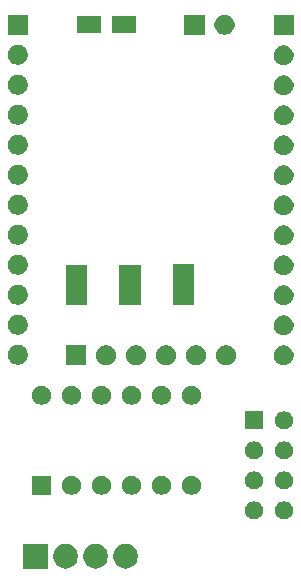
<source format=gbr>
G04 #@! TF.GenerationSoftware,KiCad,Pcbnew,(5.1.5)-3*
G04 #@! TF.CreationDate,2020-06-15T12:52:53-05:00*
G04 #@! TF.ProjectId,LightDriverShieldVer1,4c696768-7444-4726-9976-657253686965,rev?*
G04 #@! TF.SameCoordinates,Original*
G04 #@! TF.FileFunction,Soldermask,Bot*
G04 #@! TF.FilePolarity,Negative*
%FSLAX46Y46*%
G04 Gerber Fmt 4.6, Leading zero omitted, Abs format (unit mm)*
G04 Created by KiCad (PCBNEW (5.1.5)-3) date 2020-06-15 12:52:53*
%MOMM*%
%LPD*%
G04 APERTURE LIST*
%ADD10C,0.100000*%
G04 APERTURE END LIST*
D10*
G36*
X104168687Y-135955027D02*
G01*
X104346274Y-135990350D01*
X104537362Y-136069502D01*
X104709336Y-136184411D01*
X104855589Y-136330664D01*
X104970498Y-136502638D01*
X105049650Y-136693726D01*
X105090000Y-136896584D01*
X105090000Y-137103416D01*
X105049650Y-137306274D01*
X104970498Y-137497362D01*
X104855589Y-137669336D01*
X104709336Y-137815589D01*
X104537362Y-137930498D01*
X104346274Y-138009650D01*
X104168687Y-138044973D01*
X104143417Y-138050000D01*
X103936583Y-138050000D01*
X103911313Y-138044973D01*
X103733726Y-138009650D01*
X103542638Y-137930498D01*
X103370664Y-137815589D01*
X103224411Y-137669336D01*
X103109502Y-137497362D01*
X103030350Y-137306274D01*
X102990000Y-137103416D01*
X102990000Y-136896584D01*
X103030350Y-136693726D01*
X103109502Y-136502638D01*
X103224411Y-136330664D01*
X103370664Y-136184411D01*
X103542638Y-136069502D01*
X103733726Y-135990350D01*
X103911313Y-135955027D01*
X103936583Y-135950000D01*
X104143417Y-135950000D01*
X104168687Y-135955027D01*
G37*
G36*
X102550000Y-138050000D02*
G01*
X100450000Y-138050000D01*
X100450000Y-135950000D01*
X102550000Y-135950000D01*
X102550000Y-138050000D01*
G37*
G36*
X109248687Y-135955027D02*
G01*
X109426274Y-135990350D01*
X109617362Y-136069502D01*
X109789336Y-136184411D01*
X109935589Y-136330664D01*
X110050498Y-136502638D01*
X110129650Y-136693726D01*
X110170000Y-136896584D01*
X110170000Y-137103416D01*
X110129650Y-137306274D01*
X110050498Y-137497362D01*
X109935589Y-137669336D01*
X109789336Y-137815589D01*
X109617362Y-137930498D01*
X109426274Y-138009650D01*
X109248687Y-138044973D01*
X109223417Y-138050000D01*
X109016583Y-138050000D01*
X108991313Y-138044973D01*
X108813726Y-138009650D01*
X108622638Y-137930498D01*
X108450664Y-137815589D01*
X108304411Y-137669336D01*
X108189502Y-137497362D01*
X108110350Y-137306274D01*
X108070000Y-137103416D01*
X108070000Y-136896584D01*
X108110350Y-136693726D01*
X108189502Y-136502638D01*
X108304411Y-136330664D01*
X108450664Y-136184411D01*
X108622638Y-136069502D01*
X108813726Y-135990350D01*
X108991313Y-135955027D01*
X109016583Y-135950000D01*
X109223417Y-135950000D01*
X109248687Y-135955027D01*
G37*
G36*
X106708687Y-135955027D02*
G01*
X106886274Y-135990350D01*
X107077362Y-136069502D01*
X107249336Y-136184411D01*
X107395589Y-136330664D01*
X107510498Y-136502638D01*
X107589650Y-136693726D01*
X107630000Y-136896584D01*
X107630000Y-137103416D01*
X107589650Y-137306274D01*
X107510498Y-137497362D01*
X107395589Y-137669336D01*
X107249336Y-137815589D01*
X107077362Y-137930498D01*
X106886274Y-138009650D01*
X106708687Y-138044973D01*
X106683417Y-138050000D01*
X106476583Y-138050000D01*
X106451313Y-138044973D01*
X106273726Y-138009650D01*
X106082638Y-137930498D01*
X105910664Y-137815589D01*
X105764411Y-137669336D01*
X105649502Y-137497362D01*
X105570350Y-137306274D01*
X105530000Y-137103416D01*
X105530000Y-136896584D01*
X105570350Y-136693726D01*
X105649502Y-136502638D01*
X105764411Y-136330664D01*
X105910664Y-136184411D01*
X106082638Y-136069502D01*
X106273726Y-135990350D01*
X106451313Y-135955027D01*
X106476583Y-135950000D01*
X106683417Y-135950000D01*
X106708687Y-135955027D01*
G37*
G36*
X122713195Y-132377522D02*
G01*
X122762267Y-132387283D01*
X122900942Y-132444724D01*
X123025747Y-132528116D01*
X123131884Y-132634253D01*
X123215276Y-132759058D01*
X123272717Y-132897733D01*
X123302000Y-133044950D01*
X123302000Y-133195050D01*
X123272717Y-133342267D01*
X123215276Y-133480942D01*
X123131884Y-133605747D01*
X123025747Y-133711884D01*
X122900942Y-133795276D01*
X122762267Y-133852717D01*
X122713195Y-133862478D01*
X122615052Y-133882000D01*
X122464948Y-133882000D01*
X122366805Y-133862478D01*
X122317733Y-133852717D01*
X122179058Y-133795276D01*
X122054253Y-133711884D01*
X121948116Y-133605747D01*
X121864724Y-133480942D01*
X121807283Y-133342267D01*
X121778000Y-133195050D01*
X121778000Y-133044950D01*
X121807283Y-132897733D01*
X121864724Y-132759058D01*
X121948116Y-132634253D01*
X122054253Y-132528116D01*
X122179058Y-132444724D01*
X122317733Y-132387283D01*
X122366805Y-132377522D01*
X122464948Y-132358000D01*
X122615052Y-132358000D01*
X122713195Y-132377522D01*
G37*
G36*
X120173195Y-132377522D02*
G01*
X120222267Y-132387283D01*
X120360942Y-132444724D01*
X120485747Y-132528116D01*
X120591884Y-132634253D01*
X120675276Y-132759058D01*
X120732717Y-132897733D01*
X120762000Y-133044950D01*
X120762000Y-133195050D01*
X120732717Y-133342267D01*
X120675276Y-133480942D01*
X120591884Y-133605747D01*
X120485747Y-133711884D01*
X120360942Y-133795276D01*
X120222267Y-133852717D01*
X120173195Y-133862478D01*
X120075052Y-133882000D01*
X119924948Y-133882000D01*
X119826805Y-133862478D01*
X119777733Y-133852717D01*
X119639058Y-133795276D01*
X119514253Y-133711884D01*
X119408116Y-133605747D01*
X119324724Y-133480942D01*
X119267283Y-133342267D01*
X119238000Y-133195050D01*
X119238000Y-133044950D01*
X119267283Y-132897733D01*
X119324724Y-132759058D01*
X119408116Y-132634253D01*
X119514253Y-132528116D01*
X119639058Y-132444724D01*
X119777733Y-132387283D01*
X119826805Y-132377522D01*
X119924948Y-132358000D01*
X120075052Y-132358000D01*
X120173195Y-132377522D01*
G37*
G36*
X102800000Y-131800000D02*
G01*
X101200000Y-131800000D01*
X101200000Y-130200000D01*
X102800000Y-130200000D01*
X102800000Y-131800000D01*
G37*
G36*
X112393351Y-130230743D02*
G01*
X112538941Y-130291048D01*
X112669970Y-130378599D01*
X112781401Y-130490030D01*
X112868952Y-130621059D01*
X112929257Y-130766649D01*
X112960000Y-130921206D01*
X112960000Y-131078794D01*
X112929257Y-131233351D01*
X112868952Y-131378941D01*
X112781401Y-131509970D01*
X112669970Y-131621401D01*
X112538941Y-131708952D01*
X112393351Y-131769257D01*
X112238794Y-131800000D01*
X112081206Y-131800000D01*
X111926649Y-131769257D01*
X111781059Y-131708952D01*
X111650030Y-131621401D01*
X111538599Y-131509970D01*
X111451048Y-131378941D01*
X111390743Y-131233351D01*
X111360000Y-131078794D01*
X111360000Y-130921206D01*
X111390743Y-130766649D01*
X111451048Y-130621059D01*
X111538599Y-130490030D01*
X111650030Y-130378599D01*
X111781059Y-130291048D01*
X111926649Y-130230743D01*
X112081206Y-130200000D01*
X112238794Y-130200000D01*
X112393351Y-130230743D01*
G37*
G36*
X109853351Y-130230743D02*
G01*
X109998941Y-130291048D01*
X110129970Y-130378599D01*
X110241401Y-130490030D01*
X110328952Y-130621059D01*
X110389257Y-130766649D01*
X110420000Y-130921206D01*
X110420000Y-131078794D01*
X110389257Y-131233351D01*
X110328952Y-131378941D01*
X110241401Y-131509970D01*
X110129970Y-131621401D01*
X109998941Y-131708952D01*
X109853351Y-131769257D01*
X109698794Y-131800000D01*
X109541206Y-131800000D01*
X109386649Y-131769257D01*
X109241059Y-131708952D01*
X109110030Y-131621401D01*
X108998599Y-131509970D01*
X108911048Y-131378941D01*
X108850743Y-131233351D01*
X108820000Y-131078794D01*
X108820000Y-130921206D01*
X108850743Y-130766649D01*
X108911048Y-130621059D01*
X108998599Y-130490030D01*
X109110030Y-130378599D01*
X109241059Y-130291048D01*
X109386649Y-130230743D01*
X109541206Y-130200000D01*
X109698794Y-130200000D01*
X109853351Y-130230743D01*
G37*
G36*
X107313351Y-130230743D02*
G01*
X107458941Y-130291048D01*
X107589970Y-130378599D01*
X107701401Y-130490030D01*
X107788952Y-130621059D01*
X107849257Y-130766649D01*
X107880000Y-130921206D01*
X107880000Y-131078794D01*
X107849257Y-131233351D01*
X107788952Y-131378941D01*
X107701401Y-131509970D01*
X107589970Y-131621401D01*
X107458941Y-131708952D01*
X107313351Y-131769257D01*
X107158794Y-131800000D01*
X107001206Y-131800000D01*
X106846649Y-131769257D01*
X106701059Y-131708952D01*
X106570030Y-131621401D01*
X106458599Y-131509970D01*
X106371048Y-131378941D01*
X106310743Y-131233351D01*
X106280000Y-131078794D01*
X106280000Y-130921206D01*
X106310743Y-130766649D01*
X106371048Y-130621059D01*
X106458599Y-130490030D01*
X106570030Y-130378599D01*
X106701059Y-130291048D01*
X106846649Y-130230743D01*
X107001206Y-130200000D01*
X107158794Y-130200000D01*
X107313351Y-130230743D01*
G37*
G36*
X114933351Y-130230743D02*
G01*
X115078941Y-130291048D01*
X115209970Y-130378599D01*
X115321401Y-130490030D01*
X115408952Y-130621059D01*
X115469257Y-130766649D01*
X115500000Y-130921206D01*
X115500000Y-131078794D01*
X115469257Y-131233351D01*
X115408952Y-131378941D01*
X115321401Y-131509970D01*
X115209970Y-131621401D01*
X115078941Y-131708952D01*
X114933351Y-131769257D01*
X114778794Y-131800000D01*
X114621206Y-131800000D01*
X114466649Y-131769257D01*
X114321059Y-131708952D01*
X114190030Y-131621401D01*
X114078599Y-131509970D01*
X113991048Y-131378941D01*
X113930743Y-131233351D01*
X113900000Y-131078794D01*
X113900000Y-130921206D01*
X113930743Y-130766649D01*
X113991048Y-130621059D01*
X114078599Y-130490030D01*
X114190030Y-130378599D01*
X114321059Y-130291048D01*
X114466649Y-130230743D01*
X114621206Y-130200000D01*
X114778794Y-130200000D01*
X114933351Y-130230743D01*
G37*
G36*
X104773351Y-130230743D02*
G01*
X104918941Y-130291048D01*
X105049970Y-130378599D01*
X105161401Y-130490030D01*
X105248952Y-130621059D01*
X105309257Y-130766649D01*
X105340000Y-130921206D01*
X105340000Y-131078794D01*
X105309257Y-131233351D01*
X105248952Y-131378941D01*
X105161401Y-131509970D01*
X105049970Y-131621401D01*
X104918941Y-131708952D01*
X104773351Y-131769257D01*
X104618794Y-131800000D01*
X104461206Y-131800000D01*
X104306649Y-131769257D01*
X104161059Y-131708952D01*
X104030030Y-131621401D01*
X103918599Y-131509970D01*
X103831048Y-131378941D01*
X103770743Y-131233351D01*
X103740000Y-131078794D01*
X103740000Y-130921206D01*
X103770743Y-130766649D01*
X103831048Y-130621059D01*
X103918599Y-130490030D01*
X104030030Y-130378599D01*
X104161059Y-130291048D01*
X104306649Y-130230743D01*
X104461206Y-130200000D01*
X104618794Y-130200000D01*
X104773351Y-130230743D01*
G37*
G36*
X120173195Y-129837522D02*
G01*
X120222267Y-129847283D01*
X120360942Y-129904724D01*
X120485747Y-129988116D01*
X120591884Y-130094253D01*
X120675276Y-130219058D01*
X120732717Y-130357733D01*
X120732717Y-130357734D01*
X120759033Y-130490030D01*
X120762000Y-130504950D01*
X120762000Y-130655050D01*
X120732717Y-130802267D01*
X120675276Y-130940942D01*
X120591884Y-131065747D01*
X120485747Y-131171884D01*
X120360942Y-131255276D01*
X120222267Y-131312717D01*
X120173195Y-131322478D01*
X120075052Y-131342000D01*
X119924948Y-131342000D01*
X119826805Y-131322478D01*
X119777733Y-131312717D01*
X119639058Y-131255276D01*
X119514253Y-131171884D01*
X119408116Y-131065747D01*
X119324724Y-130940942D01*
X119267283Y-130802267D01*
X119238000Y-130655050D01*
X119238000Y-130504950D01*
X119240968Y-130490030D01*
X119267283Y-130357734D01*
X119267283Y-130357733D01*
X119324724Y-130219058D01*
X119408116Y-130094253D01*
X119514253Y-129988116D01*
X119639058Y-129904724D01*
X119777733Y-129847283D01*
X119826805Y-129837522D01*
X119924948Y-129818000D01*
X120075052Y-129818000D01*
X120173195Y-129837522D01*
G37*
G36*
X122713195Y-129837522D02*
G01*
X122762267Y-129847283D01*
X122900942Y-129904724D01*
X123025747Y-129988116D01*
X123131884Y-130094253D01*
X123215276Y-130219058D01*
X123272717Y-130357733D01*
X123272717Y-130357734D01*
X123299033Y-130490030D01*
X123302000Y-130504950D01*
X123302000Y-130655050D01*
X123272717Y-130802267D01*
X123215276Y-130940942D01*
X123131884Y-131065747D01*
X123025747Y-131171884D01*
X122900942Y-131255276D01*
X122762267Y-131312717D01*
X122713195Y-131322478D01*
X122615052Y-131342000D01*
X122464948Y-131342000D01*
X122366805Y-131322478D01*
X122317733Y-131312717D01*
X122179058Y-131255276D01*
X122054253Y-131171884D01*
X121948116Y-131065747D01*
X121864724Y-130940942D01*
X121807283Y-130802267D01*
X121778000Y-130655050D01*
X121778000Y-130504950D01*
X121780968Y-130490030D01*
X121807283Y-130357734D01*
X121807283Y-130357733D01*
X121864724Y-130219058D01*
X121948116Y-130094253D01*
X122054253Y-129988116D01*
X122179058Y-129904724D01*
X122317733Y-129847283D01*
X122366805Y-129837522D01*
X122464948Y-129818000D01*
X122615052Y-129818000D01*
X122713195Y-129837522D01*
G37*
G36*
X122713195Y-127297522D02*
G01*
X122762267Y-127307283D01*
X122900942Y-127364724D01*
X123025747Y-127448116D01*
X123131884Y-127554253D01*
X123215276Y-127679058D01*
X123272717Y-127817733D01*
X123302000Y-127964950D01*
X123302000Y-128115050D01*
X123272717Y-128262267D01*
X123215276Y-128400942D01*
X123131884Y-128525747D01*
X123025747Y-128631884D01*
X122900942Y-128715276D01*
X122762267Y-128772717D01*
X122713195Y-128782478D01*
X122615052Y-128802000D01*
X122464948Y-128802000D01*
X122366805Y-128782478D01*
X122317733Y-128772717D01*
X122179058Y-128715276D01*
X122054253Y-128631884D01*
X121948116Y-128525747D01*
X121864724Y-128400942D01*
X121807283Y-128262267D01*
X121778000Y-128115050D01*
X121778000Y-127964950D01*
X121807283Y-127817733D01*
X121864724Y-127679058D01*
X121948116Y-127554253D01*
X122054253Y-127448116D01*
X122179058Y-127364724D01*
X122317733Y-127307283D01*
X122366805Y-127297522D01*
X122464948Y-127278000D01*
X122615052Y-127278000D01*
X122713195Y-127297522D01*
G37*
G36*
X120173195Y-127297522D02*
G01*
X120222267Y-127307283D01*
X120360942Y-127364724D01*
X120485747Y-127448116D01*
X120591884Y-127554253D01*
X120675276Y-127679058D01*
X120732717Y-127817733D01*
X120762000Y-127964950D01*
X120762000Y-128115050D01*
X120732717Y-128262267D01*
X120675276Y-128400942D01*
X120591884Y-128525747D01*
X120485747Y-128631884D01*
X120360942Y-128715276D01*
X120222267Y-128772717D01*
X120173195Y-128782478D01*
X120075052Y-128802000D01*
X119924948Y-128802000D01*
X119826805Y-128782478D01*
X119777733Y-128772717D01*
X119639058Y-128715276D01*
X119514253Y-128631884D01*
X119408116Y-128525747D01*
X119324724Y-128400942D01*
X119267283Y-128262267D01*
X119238000Y-128115050D01*
X119238000Y-127964950D01*
X119267283Y-127817733D01*
X119324724Y-127679058D01*
X119408116Y-127554253D01*
X119514253Y-127448116D01*
X119639058Y-127364724D01*
X119777733Y-127307283D01*
X119826805Y-127297522D01*
X119924948Y-127278000D01*
X120075052Y-127278000D01*
X120173195Y-127297522D01*
G37*
G36*
X122713195Y-124757522D02*
G01*
X122762267Y-124767283D01*
X122900942Y-124824724D01*
X123025747Y-124908116D01*
X123131884Y-125014253D01*
X123215276Y-125139058D01*
X123272717Y-125277733D01*
X123302000Y-125424950D01*
X123302000Y-125575050D01*
X123272717Y-125722267D01*
X123215276Y-125860942D01*
X123131884Y-125985747D01*
X123025747Y-126091884D01*
X122900942Y-126175276D01*
X122762267Y-126232717D01*
X122713195Y-126242478D01*
X122615052Y-126262000D01*
X122464948Y-126262000D01*
X122366805Y-126242478D01*
X122317733Y-126232717D01*
X122179058Y-126175276D01*
X122054253Y-126091884D01*
X121948116Y-125985747D01*
X121864724Y-125860942D01*
X121807283Y-125722267D01*
X121778000Y-125575050D01*
X121778000Y-125424950D01*
X121807283Y-125277733D01*
X121864724Y-125139058D01*
X121948116Y-125014253D01*
X122054253Y-124908116D01*
X122179058Y-124824724D01*
X122317733Y-124767283D01*
X122366805Y-124757522D01*
X122464948Y-124738000D01*
X122615052Y-124738000D01*
X122713195Y-124757522D01*
G37*
G36*
X120762000Y-126262000D02*
G01*
X119238000Y-126262000D01*
X119238000Y-124738000D01*
X120762000Y-124738000D01*
X120762000Y-126262000D01*
G37*
G36*
X107313351Y-122610743D02*
G01*
X107458941Y-122671048D01*
X107589970Y-122758599D01*
X107701401Y-122870030D01*
X107788952Y-123001059D01*
X107849257Y-123146649D01*
X107880000Y-123301206D01*
X107880000Y-123458794D01*
X107849257Y-123613351D01*
X107788952Y-123758941D01*
X107701401Y-123889970D01*
X107589970Y-124001401D01*
X107458941Y-124088952D01*
X107313351Y-124149257D01*
X107158794Y-124180000D01*
X107001206Y-124180000D01*
X106846649Y-124149257D01*
X106701059Y-124088952D01*
X106570030Y-124001401D01*
X106458599Y-123889970D01*
X106371048Y-123758941D01*
X106310743Y-123613351D01*
X106280000Y-123458794D01*
X106280000Y-123301206D01*
X106310743Y-123146649D01*
X106371048Y-123001059D01*
X106458599Y-122870030D01*
X106570030Y-122758599D01*
X106701059Y-122671048D01*
X106846649Y-122610743D01*
X107001206Y-122580000D01*
X107158794Y-122580000D01*
X107313351Y-122610743D01*
G37*
G36*
X114933351Y-122610743D02*
G01*
X115078941Y-122671048D01*
X115209970Y-122758599D01*
X115321401Y-122870030D01*
X115408952Y-123001059D01*
X115469257Y-123146649D01*
X115500000Y-123301206D01*
X115500000Y-123458794D01*
X115469257Y-123613351D01*
X115408952Y-123758941D01*
X115321401Y-123889970D01*
X115209970Y-124001401D01*
X115078941Y-124088952D01*
X114933351Y-124149257D01*
X114778794Y-124180000D01*
X114621206Y-124180000D01*
X114466649Y-124149257D01*
X114321059Y-124088952D01*
X114190030Y-124001401D01*
X114078599Y-123889970D01*
X113991048Y-123758941D01*
X113930743Y-123613351D01*
X113900000Y-123458794D01*
X113900000Y-123301206D01*
X113930743Y-123146649D01*
X113991048Y-123001059D01*
X114078599Y-122870030D01*
X114190030Y-122758599D01*
X114321059Y-122671048D01*
X114466649Y-122610743D01*
X114621206Y-122580000D01*
X114778794Y-122580000D01*
X114933351Y-122610743D01*
G37*
G36*
X112393351Y-122610743D02*
G01*
X112538941Y-122671048D01*
X112669970Y-122758599D01*
X112781401Y-122870030D01*
X112868952Y-123001059D01*
X112929257Y-123146649D01*
X112960000Y-123301206D01*
X112960000Y-123458794D01*
X112929257Y-123613351D01*
X112868952Y-123758941D01*
X112781401Y-123889970D01*
X112669970Y-124001401D01*
X112538941Y-124088952D01*
X112393351Y-124149257D01*
X112238794Y-124180000D01*
X112081206Y-124180000D01*
X111926649Y-124149257D01*
X111781059Y-124088952D01*
X111650030Y-124001401D01*
X111538599Y-123889970D01*
X111451048Y-123758941D01*
X111390743Y-123613351D01*
X111360000Y-123458794D01*
X111360000Y-123301206D01*
X111390743Y-123146649D01*
X111451048Y-123001059D01*
X111538599Y-122870030D01*
X111650030Y-122758599D01*
X111781059Y-122671048D01*
X111926649Y-122610743D01*
X112081206Y-122580000D01*
X112238794Y-122580000D01*
X112393351Y-122610743D01*
G37*
G36*
X109853351Y-122610743D02*
G01*
X109998941Y-122671048D01*
X110129970Y-122758599D01*
X110241401Y-122870030D01*
X110328952Y-123001059D01*
X110389257Y-123146649D01*
X110420000Y-123301206D01*
X110420000Y-123458794D01*
X110389257Y-123613351D01*
X110328952Y-123758941D01*
X110241401Y-123889970D01*
X110129970Y-124001401D01*
X109998941Y-124088952D01*
X109853351Y-124149257D01*
X109698794Y-124180000D01*
X109541206Y-124180000D01*
X109386649Y-124149257D01*
X109241059Y-124088952D01*
X109110030Y-124001401D01*
X108998599Y-123889970D01*
X108911048Y-123758941D01*
X108850743Y-123613351D01*
X108820000Y-123458794D01*
X108820000Y-123301206D01*
X108850743Y-123146649D01*
X108911048Y-123001059D01*
X108998599Y-122870030D01*
X109110030Y-122758599D01*
X109241059Y-122671048D01*
X109386649Y-122610743D01*
X109541206Y-122580000D01*
X109698794Y-122580000D01*
X109853351Y-122610743D01*
G37*
G36*
X102233351Y-122610743D02*
G01*
X102378941Y-122671048D01*
X102509970Y-122758599D01*
X102621401Y-122870030D01*
X102708952Y-123001059D01*
X102769257Y-123146649D01*
X102800000Y-123301206D01*
X102800000Y-123458794D01*
X102769257Y-123613351D01*
X102708952Y-123758941D01*
X102621401Y-123889970D01*
X102509970Y-124001401D01*
X102378941Y-124088952D01*
X102233351Y-124149257D01*
X102078794Y-124180000D01*
X101921206Y-124180000D01*
X101766649Y-124149257D01*
X101621059Y-124088952D01*
X101490030Y-124001401D01*
X101378599Y-123889970D01*
X101291048Y-123758941D01*
X101230743Y-123613351D01*
X101200000Y-123458794D01*
X101200000Y-123301206D01*
X101230743Y-123146649D01*
X101291048Y-123001059D01*
X101378599Y-122870030D01*
X101490030Y-122758599D01*
X101621059Y-122671048D01*
X101766649Y-122610743D01*
X101921206Y-122580000D01*
X102078794Y-122580000D01*
X102233351Y-122610743D01*
G37*
G36*
X104773351Y-122610743D02*
G01*
X104918941Y-122671048D01*
X105049970Y-122758599D01*
X105161401Y-122870030D01*
X105248952Y-123001059D01*
X105309257Y-123146649D01*
X105340000Y-123301206D01*
X105340000Y-123458794D01*
X105309257Y-123613351D01*
X105248952Y-123758941D01*
X105161401Y-123889970D01*
X105049970Y-124001401D01*
X104918941Y-124088952D01*
X104773351Y-124149257D01*
X104618794Y-124180000D01*
X104461206Y-124180000D01*
X104306649Y-124149257D01*
X104161059Y-124088952D01*
X104030030Y-124001401D01*
X103918599Y-123889970D01*
X103831048Y-123758941D01*
X103770743Y-123613351D01*
X103740000Y-123458794D01*
X103740000Y-123301206D01*
X103770743Y-123146649D01*
X103831048Y-123001059D01*
X103918599Y-122870030D01*
X104030030Y-122758599D01*
X104161059Y-122671048D01*
X104306649Y-122610743D01*
X104461206Y-122580000D01*
X104618794Y-122580000D01*
X104773351Y-122610743D01*
G37*
G36*
X122747935Y-119182664D02*
G01*
X122902624Y-119246739D01*
X122902626Y-119246740D01*
X123041844Y-119339762D01*
X123160238Y-119458156D01*
X123253260Y-119597374D01*
X123253261Y-119597376D01*
X123317336Y-119752065D01*
X123350000Y-119916281D01*
X123350000Y-120083719D01*
X123317336Y-120247935D01*
X123278114Y-120342624D01*
X123253260Y-120402626D01*
X123160238Y-120541844D01*
X123041844Y-120660238D01*
X122902626Y-120753260D01*
X122902625Y-120753261D01*
X122902624Y-120753261D01*
X122747935Y-120817336D01*
X122583719Y-120850000D01*
X122416281Y-120850000D01*
X122252065Y-120817336D01*
X122097376Y-120753261D01*
X122097375Y-120753261D01*
X122097374Y-120753260D01*
X121958156Y-120660238D01*
X121839762Y-120541844D01*
X121746740Y-120402626D01*
X121721886Y-120342624D01*
X121682664Y-120247935D01*
X121650000Y-120083719D01*
X121650000Y-119916281D01*
X121682664Y-119752065D01*
X121746739Y-119597376D01*
X121746740Y-119597374D01*
X121839762Y-119458156D01*
X121958156Y-119339762D01*
X122097374Y-119246740D01*
X122097376Y-119246739D01*
X122252065Y-119182664D01*
X122416281Y-119150000D01*
X122583719Y-119150000D01*
X122747935Y-119182664D01*
G37*
G36*
X115327935Y-119182664D02*
G01*
X115482624Y-119246739D01*
X115482626Y-119246740D01*
X115621844Y-119339762D01*
X115740238Y-119458156D01*
X115833260Y-119597374D01*
X115833261Y-119597376D01*
X115897336Y-119752065D01*
X115930000Y-119916281D01*
X115930000Y-120083719D01*
X115897336Y-120247935D01*
X115858114Y-120342624D01*
X115833260Y-120402626D01*
X115740238Y-120541844D01*
X115621844Y-120660238D01*
X115482626Y-120753260D01*
X115482625Y-120753261D01*
X115482624Y-120753261D01*
X115327935Y-120817336D01*
X115163719Y-120850000D01*
X114996281Y-120850000D01*
X114832065Y-120817336D01*
X114677376Y-120753261D01*
X114677375Y-120753261D01*
X114677374Y-120753260D01*
X114538156Y-120660238D01*
X114419762Y-120541844D01*
X114326740Y-120402626D01*
X114301886Y-120342624D01*
X114262664Y-120247935D01*
X114230000Y-120083719D01*
X114230000Y-119916281D01*
X114262664Y-119752065D01*
X114326739Y-119597376D01*
X114326740Y-119597374D01*
X114419762Y-119458156D01*
X114538156Y-119339762D01*
X114677374Y-119246740D01*
X114677376Y-119246739D01*
X114832065Y-119182664D01*
X114996281Y-119150000D01*
X115163719Y-119150000D01*
X115327935Y-119182664D01*
G37*
G36*
X107707935Y-119182664D02*
G01*
X107862624Y-119246739D01*
X107862626Y-119246740D01*
X108001844Y-119339762D01*
X108120238Y-119458156D01*
X108213260Y-119597374D01*
X108213261Y-119597376D01*
X108277336Y-119752065D01*
X108310000Y-119916281D01*
X108310000Y-120083719D01*
X108277336Y-120247935D01*
X108238114Y-120342624D01*
X108213260Y-120402626D01*
X108120238Y-120541844D01*
X108001844Y-120660238D01*
X107862626Y-120753260D01*
X107862625Y-120753261D01*
X107862624Y-120753261D01*
X107707935Y-120817336D01*
X107543719Y-120850000D01*
X107376281Y-120850000D01*
X107212065Y-120817336D01*
X107057376Y-120753261D01*
X107057375Y-120753261D01*
X107057374Y-120753260D01*
X106918156Y-120660238D01*
X106799762Y-120541844D01*
X106706740Y-120402626D01*
X106681886Y-120342624D01*
X106642664Y-120247935D01*
X106610000Y-120083719D01*
X106610000Y-119916281D01*
X106642664Y-119752065D01*
X106706739Y-119597376D01*
X106706740Y-119597374D01*
X106799762Y-119458156D01*
X106918156Y-119339762D01*
X107057374Y-119246740D01*
X107057376Y-119246739D01*
X107212065Y-119182664D01*
X107376281Y-119150000D01*
X107543719Y-119150000D01*
X107707935Y-119182664D01*
G37*
G36*
X112787935Y-119182664D02*
G01*
X112942624Y-119246739D01*
X112942626Y-119246740D01*
X113081844Y-119339762D01*
X113200238Y-119458156D01*
X113293260Y-119597374D01*
X113293261Y-119597376D01*
X113357336Y-119752065D01*
X113390000Y-119916281D01*
X113390000Y-120083719D01*
X113357336Y-120247935D01*
X113318114Y-120342624D01*
X113293260Y-120402626D01*
X113200238Y-120541844D01*
X113081844Y-120660238D01*
X112942626Y-120753260D01*
X112942625Y-120753261D01*
X112942624Y-120753261D01*
X112787935Y-120817336D01*
X112623719Y-120850000D01*
X112456281Y-120850000D01*
X112292065Y-120817336D01*
X112137376Y-120753261D01*
X112137375Y-120753261D01*
X112137374Y-120753260D01*
X111998156Y-120660238D01*
X111879762Y-120541844D01*
X111786740Y-120402626D01*
X111761886Y-120342624D01*
X111722664Y-120247935D01*
X111690000Y-120083719D01*
X111690000Y-119916281D01*
X111722664Y-119752065D01*
X111786739Y-119597376D01*
X111786740Y-119597374D01*
X111879762Y-119458156D01*
X111998156Y-119339762D01*
X112137374Y-119246740D01*
X112137376Y-119246739D01*
X112292065Y-119182664D01*
X112456281Y-119150000D01*
X112623719Y-119150000D01*
X112787935Y-119182664D01*
G37*
G36*
X110247935Y-119182664D02*
G01*
X110402624Y-119246739D01*
X110402626Y-119246740D01*
X110541844Y-119339762D01*
X110660238Y-119458156D01*
X110753260Y-119597374D01*
X110753261Y-119597376D01*
X110817336Y-119752065D01*
X110850000Y-119916281D01*
X110850000Y-120083719D01*
X110817336Y-120247935D01*
X110778114Y-120342624D01*
X110753260Y-120402626D01*
X110660238Y-120541844D01*
X110541844Y-120660238D01*
X110402626Y-120753260D01*
X110402625Y-120753261D01*
X110402624Y-120753261D01*
X110247935Y-120817336D01*
X110083719Y-120850000D01*
X109916281Y-120850000D01*
X109752065Y-120817336D01*
X109597376Y-120753261D01*
X109597375Y-120753261D01*
X109597374Y-120753260D01*
X109458156Y-120660238D01*
X109339762Y-120541844D01*
X109246740Y-120402626D01*
X109221886Y-120342624D01*
X109182664Y-120247935D01*
X109150000Y-120083719D01*
X109150000Y-119916281D01*
X109182664Y-119752065D01*
X109246739Y-119597376D01*
X109246740Y-119597374D01*
X109339762Y-119458156D01*
X109458156Y-119339762D01*
X109597374Y-119246740D01*
X109597376Y-119246739D01*
X109752065Y-119182664D01*
X109916281Y-119150000D01*
X110083719Y-119150000D01*
X110247935Y-119182664D01*
G37*
G36*
X105770000Y-120850000D02*
G01*
X104070000Y-120850000D01*
X104070000Y-119150000D01*
X105770000Y-119150000D01*
X105770000Y-120850000D01*
G37*
G36*
X117867935Y-119182664D02*
G01*
X118022624Y-119246739D01*
X118022626Y-119246740D01*
X118161844Y-119339762D01*
X118280238Y-119458156D01*
X118373260Y-119597374D01*
X118373261Y-119597376D01*
X118437336Y-119752065D01*
X118470000Y-119916281D01*
X118470000Y-120083719D01*
X118437336Y-120247935D01*
X118398114Y-120342624D01*
X118373260Y-120402626D01*
X118280238Y-120541844D01*
X118161844Y-120660238D01*
X118022626Y-120753260D01*
X118022625Y-120753261D01*
X118022624Y-120753261D01*
X117867935Y-120817336D01*
X117703719Y-120850000D01*
X117536281Y-120850000D01*
X117372065Y-120817336D01*
X117217376Y-120753261D01*
X117217375Y-120753261D01*
X117217374Y-120753260D01*
X117078156Y-120660238D01*
X116959762Y-120541844D01*
X116866740Y-120402626D01*
X116841886Y-120342624D01*
X116802664Y-120247935D01*
X116770000Y-120083719D01*
X116770000Y-119916281D01*
X116802664Y-119752065D01*
X116866739Y-119597376D01*
X116866740Y-119597374D01*
X116959762Y-119458156D01*
X117078156Y-119339762D01*
X117217374Y-119246740D01*
X117217376Y-119246739D01*
X117372065Y-119182664D01*
X117536281Y-119150000D01*
X117703719Y-119150000D01*
X117867935Y-119182664D01*
G37*
G36*
X100247935Y-119122664D02*
G01*
X100402624Y-119186739D01*
X100402626Y-119186740D01*
X100541844Y-119279762D01*
X100660238Y-119398156D01*
X100700329Y-119458157D01*
X100753261Y-119537376D01*
X100817336Y-119692065D01*
X100850000Y-119856281D01*
X100850000Y-120023719D01*
X100817336Y-120187935D01*
X100792482Y-120247936D01*
X100753260Y-120342626D01*
X100660238Y-120481844D01*
X100541844Y-120600238D01*
X100402626Y-120693260D01*
X100402625Y-120693261D01*
X100402624Y-120693261D01*
X100247935Y-120757336D01*
X100083719Y-120790000D01*
X99916281Y-120790000D01*
X99752065Y-120757336D01*
X99597376Y-120693261D01*
X99597375Y-120693261D01*
X99597374Y-120693260D01*
X99458156Y-120600238D01*
X99339762Y-120481844D01*
X99246740Y-120342626D01*
X99207518Y-120247936D01*
X99182664Y-120187935D01*
X99150000Y-120023719D01*
X99150000Y-119856281D01*
X99182664Y-119692065D01*
X99246739Y-119537376D01*
X99299671Y-119458157D01*
X99339762Y-119398156D01*
X99458156Y-119279762D01*
X99597374Y-119186740D01*
X99597376Y-119186739D01*
X99752065Y-119122664D01*
X99916281Y-119090000D01*
X100083719Y-119090000D01*
X100247935Y-119122664D01*
G37*
G36*
X122747935Y-116642664D02*
G01*
X122902624Y-116706739D01*
X122902626Y-116706740D01*
X123041844Y-116799762D01*
X123160238Y-116918156D01*
X123253260Y-117057374D01*
X123253261Y-117057376D01*
X123317336Y-117212065D01*
X123350000Y-117376281D01*
X123350000Y-117543719D01*
X123317336Y-117707935D01*
X123278114Y-117802624D01*
X123253260Y-117862626D01*
X123160238Y-118001844D01*
X123041844Y-118120238D01*
X122902626Y-118213260D01*
X122902625Y-118213261D01*
X122902624Y-118213261D01*
X122747935Y-118277336D01*
X122583719Y-118310000D01*
X122416281Y-118310000D01*
X122252065Y-118277336D01*
X122097376Y-118213261D01*
X122097375Y-118213261D01*
X122097374Y-118213260D01*
X121958156Y-118120238D01*
X121839762Y-118001844D01*
X121746740Y-117862626D01*
X121721886Y-117802624D01*
X121682664Y-117707935D01*
X121650000Y-117543719D01*
X121650000Y-117376281D01*
X121682664Y-117212065D01*
X121746739Y-117057376D01*
X121746740Y-117057374D01*
X121839762Y-116918156D01*
X121958156Y-116799762D01*
X122097374Y-116706740D01*
X122097376Y-116706739D01*
X122252065Y-116642664D01*
X122416281Y-116610000D01*
X122583719Y-116610000D01*
X122747935Y-116642664D01*
G37*
G36*
X100247935Y-116582664D02*
G01*
X100402624Y-116646739D01*
X100402626Y-116646740D01*
X100541844Y-116739762D01*
X100660238Y-116858156D01*
X100700329Y-116918157D01*
X100753261Y-116997376D01*
X100817336Y-117152065D01*
X100850000Y-117316281D01*
X100850000Y-117483719D01*
X100817336Y-117647935D01*
X100792482Y-117707936D01*
X100753260Y-117802626D01*
X100660238Y-117941844D01*
X100541844Y-118060238D01*
X100402626Y-118153260D01*
X100402625Y-118153261D01*
X100402624Y-118153261D01*
X100247935Y-118217336D01*
X100083719Y-118250000D01*
X99916281Y-118250000D01*
X99752065Y-118217336D01*
X99597376Y-118153261D01*
X99597375Y-118153261D01*
X99597374Y-118153260D01*
X99458156Y-118060238D01*
X99339762Y-117941844D01*
X99246740Y-117802626D01*
X99207518Y-117707936D01*
X99182664Y-117647935D01*
X99150000Y-117483719D01*
X99150000Y-117316281D01*
X99182664Y-117152065D01*
X99246739Y-116997376D01*
X99299671Y-116918157D01*
X99339762Y-116858156D01*
X99458156Y-116739762D01*
X99597374Y-116646740D01*
X99597376Y-116646739D01*
X99752065Y-116582664D01*
X99916281Y-116550000D01*
X100083719Y-116550000D01*
X100247935Y-116582664D01*
G37*
G36*
X122747935Y-114102664D02*
G01*
X122902624Y-114166739D01*
X122902626Y-114166740D01*
X123041844Y-114259762D01*
X123160238Y-114378156D01*
X123253260Y-114517374D01*
X123253261Y-114517376D01*
X123317336Y-114672065D01*
X123350000Y-114836281D01*
X123350000Y-115003719D01*
X123317336Y-115167935D01*
X123278114Y-115262624D01*
X123253260Y-115322626D01*
X123160238Y-115461844D01*
X123041844Y-115580238D01*
X122902626Y-115673260D01*
X122902625Y-115673261D01*
X122902624Y-115673261D01*
X122747935Y-115737336D01*
X122583719Y-115770000D01*
X122416281Y-115770000D01*
X122252065Y-115737336D01*
X122097376Y-115673261D01*
X122097375Y-115673261D01*
X122097374Y-115673260D01*
X121958156Y-115580238D01*
X121839762Y-115461844D01*
X121746740Y-115322626D01*
X121721886Y-115262624D01*
X121682664Y-115167935D01*
X121650000Y-115003719D01*
X121650000Y-114836281D01*
X121682664Y-114672065D01*
X121746739Y-114517376D01*
X121746740Y-114517374D01*
X121839762Y-114378156D01*
X121958156Y-114259762D01*
X122097374Y-114166740D01*
X122097376Y-114166739D01*
X122252065Y-114102664D01*
X122416281Y-114070000D01*
X122583719Y-114070000D01*
X122747935Y-114102664D01*
G37*
G36*
X110400000Y-115750000D02*
G01*
X108600000Y-115750000D01*
X108600000Y-112350000D01*
X110400000Y-112350000D01*
X110400000Y-115750000D01*
G37*
G36*
X105900000Y-115750000D02*
G01*
X104100000Y-115750000D01*
X104100000Y-112350000D01*
X105900000Y-112350000D01*
X105900000Y-115750000D01*
G37*
G36*
X100247935Y-114042664D02*
G01*
X100402624Y-114106739D01*
X100402626Y-114106740D01*
X100541844Y-114199762D01*
X100660238Y-114318156D01*
X100700329Y-114378157D01*
X100753261Y-114457376D01*
X100817336Y-114612065D01*
X100850000Y-114776281D01*
X100850000Y-114943719D01*
X100817336Y-115107935D01*
X100792482Y-115167936D01*
X100753260Y-115262626D01*
X100660238Y-115401844D01*
X100541844Y-115520238D01*
X100402626Y-115613260D01*
X100402625Y-115613261D01*
X100402624Y-115613261D01*
X100247935Y-115677336D01*
X100083719Y-115710000D01*
X99916281Y-115710000D01*
X99752065Y-115677336D01*
X99597376Y-115613261D01*
X99597375Y-115613261D01*
X99597374Y-115613260D01*
X99458156Y-115520238D01*
X99339762Y-115401844D01*
X99246740Y-115262626D01*
X99207518Y-115167936D01*
X99182664Y-115107935D01*
X99150000Y-114943719D01*
X99150000Y-114776281D01*
X99182664Y-114612065D01*
X99246739Y-114457376D01*
X99299671Y-114378157D01*
X99339762Y-114318156D01*
X99458156Y-114199762D01*
X99597374Y-114106740D01*
X99597376Y-114106739D01*
X99752065Y-114042664D01*
X99916281Y-114010000D01*
X100083719Y-114010000D01*
X100247935Y-114042664D01*
G37*
G36*
X114900000Y-115700000D02*
G01*
X113100000Y-115700000D01*
X113100000Y-112300000D01*
X114900000Y-112300000D01*
X114900000Y-115700000D01*
G37*
G36*
X122747935Y-111562664D02*
G01*
X122902624Y-111626739D01*
X122902626Y-111626740D01*
X123041844Y-111719762D01*
X123160238Y-111838156D01*
X123253260Y-111977374D01*
X123253261Y-111977376D01*
X123317336Y-112132065D01*
X123350000Y-112296281D01*
X123350000Y-112463719D01*
X123317336Y-112627935D01*
X123278114Y-112722624D01*
X123253260Y-112782626D01*
X123160238Y-112921844D01*
X123041844Y-113040238D01*
X122902626Y-113133260D01*
X122902625Y-113133261D01*
X122902624Y-113133261D01*
X122747935Y-113197336D01*
X122583719Y-113230000D01*
X122416281Y-113230000D01*
X122252065Y-113197336D01*
X122097376Y-113133261D01*
X122097375Y-113133261D01*
X122097374Y-113133260D01*
X121958156Y-113040238D01*
X121839762Y-112921844D01*
X121746740Y-112782626D01*
X121721886Y-112722624D01*
X121682664Y-112627935D01*
X121650000Y-112463719D01*
X121650000Y-112296281D01*
X121682664Y-112132065D01*
X121746739Y-111977376D01*
X121746740Y-111977374D01*
X121839762Y-111838156D01*
X121958156Y-111719762D01*
X122097374Y-111626740D01*
X122097376Y-111626739D01*
X122252065Y-111562664D01*
X122416281Y-111530000D01*
X122583719Y-111530000D01*
X122747935Y-111562664D01*
G37*
G36*
X100247935Y-111502664D02*
G01*
X100402624Y-111566739D01*
X100402626Y-111566740D01*
X100541844Y-111659762D01*
X100660238Y-111778156D01*
X100700329Y-111838157D01*
X100753261Y-111917376D01*
X100817336Y-112072065D01*
X100850000Y-112236281D01*
X100850000Y-112403719D01*
X100817336Y-112567935D01*
X100792482Y-112627936D01*
X100753260Y-112722626D01*
X100660238Y-112861844D01*
X100541844Y-112980238D01*
X100402626Y-113073260D01*
X100402625Y-113073261D01*
X100402624Y-113073261D01*
X100247935Y-113137336D01*
X100083719Y-113170000D01*
X99916281Y-113170000D01*
X99752065Y-113137336D01*
X99597376Y-113073261D01*
X99597375Y-113073261D01*
X99597374Y-113073260D01*
X99458156Y-112980238D01*
X99339762Y-112861844D01*
X99246740Y-112722626D01*
X99207518Y-112627936D01*
X99182664Y-112567935D01*
X99150000Y-112403719D01*
X99150000Y-112236281D01*
X99182664Y-112072065D01*
X99246739Y-111917376D01*
X99299671Y-111838157D01*
X99339762Y-111778156D01*
X99458156Y-111659762D01*
X99597374Y-111566740D01*
X99597376Y-111566739D01*
X99752065Y-111502664D01*
X99916281Y-111470000D01*
X100083719Y-111470000D01*
X100247935Y-111502664D01*
G37*
G36*
X122747935Y-109022664D02*
G01*
X122902624Y-109086739D01*
X122902626Y-109086740D01*
X123041844Y-109179762D01*
X123160238Y-109298156D01*
X123253260Y-109437374D01*
X123253261Y-109437376D01*
X123317336Y-109592065D01*
X123350000Y-109756281D01*
X123350000Y-109923719D01*
X123317336Y-110087935D01*
X123278114Y-110182624D01*
X123253260Y-110242626D01*
X123160238Y-110381844D01*
X123041844Y-110500238D01*
X122902626Y-110593260D01*
X122902625Y-110593261D01*
X122902624Y-110593261D01*
X122747935Y-110657336D01*
X122583719Y-110690000D01*
X122416281Y-110690000D01*
X122252065Y-110657336D01*
X122097376Y-110593261D01*
X122097375Y-110593261D01*
X122097374Y-110593260D01*
X121958156Y-110500238D01*
X121839762Y-110381844D01*
X121746740Y-110242626D01*
X121721886Y-110182624D01*
X121682664Y-110087935D01*
X121650000Y-109923719D01*
X121650000Y-109756281D01*
X121682664Y-109592065D01*
X121746739Y-109437376D01*
X121746740Y-109437374D01*
X121839762Y-109298156D01*
X121958156Y-109179762D01*
X122097374Y-109086740D01*
X122097376Y-109086739D01*
X122252065Y-109022664D01*
X122416281Y-108990000D01*
X122583719Y-108990000D01*
X122747935Y-109022664D01*
G37*
G36*
X100247935Y-108962664D02*
G01*
X100402624Y-109026739D01*
X100402626Y-109026740D01*
X100541844Y-109119762D01*
X100660238Y-109238156D01*
X100700329Y-109298157D01*
X100753261Y-109377376D01*
X100817336Y-109532065D01*
X100850000Y-109696281D01*
X100850000Y-109863719D01*
X100817336Y-110027935D01*
X100792482Y-110087936D01*
X100753260Y-110182626D01*
X100660238Y-110321844D01*
X100541844Y-110440238D01*
X100402626Y-110533260D01*
X100402625Y-110533261D01*
X100402624Y-110533261D01*
X100247935Y-110597336D01*
X100083719Y-110630000D01*
X99916281Y-110630000D01*
X99752065Y-110597336D01*
X99597376Y-110533261D01*
X99597375Y-110533261D01*
X99597374Y-110533260D01*
X99458156Y-110440238D01*
X99339762Y-110321844D01*
X99246740Y-110182626D01*
X99207518Y-110087936D01*
X99182664Y-110027935D01*
X99150000Y-109863719D01*
X99150000Y-109696281D01*
X99182664Y-109532065D01*
X99246739Y-109377376D01*
X99299671Y-109298157D01*
X99339762Y-109238156D01*
X99458156Y-109119762D01*
X99597374Y-109026740D01*
X99597376Y-109026739D01*
X99752065Y-108962664D01*
X99916281Y-108930000D01*
X100083719Y-108930000D01*
X100247935Y-108962664D01*
G37*
G36*
X122747935Y-106482664D02*
G01*
X122902624Y-106546739D01*
X122902626Y-106546740D01*
X123041844Y-106639762D01*
X123160238Y-106758156D01*
X123253260Y-106897374D01*
X123253261Y-106897376D01*
X123317336Y-107052065D01*
X123350000Y-107216281D01*
X123350000Y-107383719D01*
X123317336Y-107547935D01*
X123278114Y-107642624D01*
X123253260Y-107702626D01*
X123160238Y-107841844D01*
X123041844Y-107960238D01*
X122902626Y-108053260D01*
X122902625Y-108053261D01*
X122902624Y-108053261D01*
X122747935Y-108117336D01*
X122583719Y-108150000D01*
X122416281Y-108150000D01*
X122252065Y-108117336D01*
X122097376Y-108053261D01*
X122097375Y-108053261D01*
X122097374Y-108053260D01*
X121958156Y-107960238D01*
X121839762Y-107841844D01*
X121746740Y-107702626D01*
X121721886Y-107642624D01*
X121682664Y-107547935D01*
X121650000Y-107383719D01*
X121650000Y-107216281D01*
X121682664Y-107052065D01*
X121746739Y-106897376D01*
X121746740Y-106897374D01*
X121839762Y-106758156D01*
X121958156Y-106639762D01*
X122097374Y-106546740D01*
X122097376Y-106546739D01*
X122252065Y-106482664D01*
X122416281Y-106450000D01*
X122583719Y-106450000D01*
X122747935Y-106482664D01*
G37*
G36*
X100247935Y-106422664D02*
G01*
X100402624Y-106486739D01*
X100402626Y-106486740D01*
X100541844Y-106579762D01*
X100660238Y-106698156D01*
X100700329Y-106758157D01*
X100753261Y-106837376D01*
X100817336Y-106992065D01*
X100850000Y-107156281D01*
X100850000Y-107323719D01*
X100817336Y-107487935D01*
X100792482Y-107547936D01*
X100753260Y-107642626D01*
X100660238Y-107781844D01*
X100541844Y-107900238D01*
X100402626Y-107993260D01*
X100402625Y-107993261D01*
X100402624Y-107993261D01*
X100247935Y-108057336D01*
X100083719Y-108090000D01*
X99916281Y-108090000D01*
X99752065Y-108057336D01*
X99597376Y-107993261D01*
X99597375Y-107993261D01*
X99597374Y-107993260D01*
X99458156Y-107900238D01*
X99339762Y-107781844D01*
X99246740Y-107642626D01*
X99207518Y-107547936D01*
X99182664Y-107487935D01*
X99150000Y-107323719D01*
X99150000Y-107156281D01*
X99182664Y-106992065D01*
X99246739Y-106837376D01*
X99299671Y-106758157D01*
X99339762Y-106698156D01*
X99458156Y-106579762D01*
X99597374Y-106486740D01*
X99597376Y-106486739D01*
X99752065Y-106422664D01*
X99916281Y-106390000D01*
X100083719Y-106390000D01*
X100247935Y-106422664D01*
G37*
G36*
X122747935Y-103942664D02*
G01*
X122902624Y-104006739D01*
X122902626Y-104006740D01*
X123041844Y-104099762D01*
X123160238Y-104218156D01*
X123253260Y-104357374D01*
X123253261Y-104357376D01*
X123317336Y-104512065D01*
X123350000Y-104676281D01*
X123350000Y-104843719D01*
X123317336Y-105007935D01*
X123278114Y-105102624D01*
X123253260Y-105162626D01*
X123160238Y-105301844D01*
X123041844Y-105420238D01*
X122902626Y-105513260D01*
X122902625Y-105513261D01*
X122902624Y-105513261D01*
X122747935Y-105577336D01*
X122583719Y-105610000D01*
X122416281Y-105610000D01*
X122252065Y-105577336D01*
X122097376Y-105513261D01*
X122097375Y-105513261D01*
X122097374Y-105513260D01*
X121958156Y-105420238D01*
X121839762Y-105301844D01*
X121746740Y-105162626D01*
X121721886Y-105102624D01*
X121682664Y-105007935D01*
X121650000Y-104843719D01*
X121650000Y-104676281D01*
X121682664Y-104512065D01*
X121746739Y-104357376D01*
X121746740Y-104357374D01*
X121839762Y-104218156D01*
X121958156Y-104099762D01*
X122097374Y-104006740D01*
X122097376Y-104006739D01*
X122252065Y-103942664D01*
X122416281Y-103910000D01*
X122583719Y-103910000D01*
X122747935Y-103942664D01*
G37*
G36*
X100247935Y-103882664D02*
G01*
X100402624Y-103946739D01*
X100402626Y-103946740D01*
X100541844Y-104039762D01*
X100660238Y-104158156D01*
X100700329Y-104218157D01*
X100753261Y-104297376D01*
X100817336Y-104452065D01*
X100850000Y-104616281D01*
X100850000Y-104783719D01*
X100817336Y-104947935D01*
X100792482Y-105007936D01*
X100753260Y-105102626D01*
X100660238Y-105241844D01*
X100541844Y-105360238D01*
X100402626Y-105453260D01*
X100402625Y-105453261D01*
X100402624Y-105453261D01*
X100247935Y-105517336D01*
X100083719Y-105550000D01*
X99916281Y-105550000D01*
X99752065Y-105517336D01*
X99597376Y-105453261D01*
X99597375Y-105453261D01*
X99597374Y-105453260D01*
X99458156Y-105360238D01*
X99339762Y-105241844D01*
X99246740Y-105102626D01*
X99207518Y-105007936D01*
X99182664Y-104947935D01*
X99150000Y-104783719D01*
X99150000Y-104616281D01*
X99182664Y-104452065D01*
X99246739Y-104297376D01*
X99299671Y-104218157D01*
X99339762Y-104158156D01*
X99458156Y-104039762D01*
X99597374Y-103946740D01*
X99597376Y-103946739D01*
X99752065Y-103882664D01*
X99916281Y-103850000D01*
X100083719Y-103850000D01*
X100247935Y-103882664D01*
G37*
G36*
X122747935Y-101402664D02*
G01*
X122902624Y-101466739D01*
X122902626Y-101466740D01*
X123041844Y-101559762D01*
X123160238Y-101678156D01*
X123253260Y-101817374D01*
X123253261Y-101817376D01*
X123317336Y-101972065D01*
X123350000Y-102136281D01*
X123350000Y-102303719D01*
X123317336Y-102467935D01*
X123278114Y-102562624D01*
X123253260Y-102622626D01*
X123160238Y-102761844D01*
X123041844Y-102880238D01*
X122902626Y-102973260D01*
X122902625Y-102973261D01*
X122902624Y-102973261D01*
X122747935Y-103037336D01*
X122583719Y-103070000D01*
X122416281Y-103070000D01*
X122252065Y-103037336D01*
X122097376Y-102973261D01*
X122097375Y-102973261D01*
X122097374Y-102973260D01*
X121958156Y-102880238D01*
X121839762Y-102761844D01*
X121746740Y-102622626D01*
X121721886Y-102562624D01*
X121682664Y-102467935D01*
X121650000Y-102303719D01*
X121650000Y-102136281D01*
X121682664Y-101972065D01*
X121746739Y-101817376D01*
X121746740Y-101817374D01*
X121839762Y-101678156D01*
X121958156Y-101559762D01*
X122097374Y-101466740D01*
X122097376Y-101466739D01*
X122252065Y-101402664D01*
X122416281Y-101370000D01*
X122583719Y-101370000D01*
X122747935Y-101402664D01*
G37*
G36*
X100247935Y-101342664D02*
G01*
X100402624Y-101406739D01*
X100402626Y-101406740D01*
X100541844Y-101499762D01*
X100660238Y-101618156D01*
X100700329Y-101678157D01*
X100753261Y-101757376D01*
X100817336Y-101912065D01*
X100850000Y-102076281D01*
X100850000Y-102243719D01*
X100817336Y-102407935D01*
X100792482Y-102467936D01*
X100753260Y-102562626D01*
X100660238Y-102701844D01*
X100541844Y-102820238D01*
X100402626Y-102913260D01*
X100402625Y-102913261D01*
X100402624Y-102913261D01*
X100247935Y-102977336D01*
X100083719Y-103010000D01*
X99916281Y-103010000D01*
X99752065Y-102977336D01*
X99597376Y-102913261D01*
X99597375Y-102913261D01*
X99597374Y-102913260D01*
X99458156Y-102820238D01*
X99339762Y-102701844D01*
X99246740Y-102562626D01*
X99207518Y-102467936D01*
X99182664Y-102407935D01*
X99150000Y-102243719D01*
X99150000Y-102076281D01*
X99182664Y-101912065D01*
X99246739Y-101757376D01*
X99299671Y-101678157D01*
X99339762Y-101618156D01*
X99458156Y-101499762D01*
X99597374Y-101406740D01*
X99597376Y-101406739D01*
X99752065Y-101342664D01*
X99916281Y-101310000D01*
X100083719Y-101310000D01*
X100247935Y-101342664D01*
G37*
G36*
X122747935Y-98862664D02*
G01*
X122902624Y-98926739D01*
X122902626Y-98926740D01*
X123041844Y-99019762D01*
X123160238Y-99138156D01*
X123253260Y-99277374D01*
X123253261Y-99277376D01*
X123317336Y-99432065D01*
X123350000Y-99596281D01*
X123350000Y-99763719D01*
X123317336Y-99927935D01*
X123278114Y-100022624D01*
X123253260Y-100082626D01*
X123160238Y-100221844D01*
X123041844Y-100340238D01*
X122902626Y-100433260D01*
X122902625Y-100433261D01*
X122902624Y-100433261D01*
X122747935Y-100497336D01*
X122583719Y-100530000D01*
X122416281Y-100530000D01*
X122252065Y-100497336D01*
X122097376Y-100433261D01*
X122097375Y-100433261D01*
X122097374Y-100433260D01*
X121958156Y-100340238D01*
X121839762Y-100221844D01*
X121746740Y-100082626D01*
X121721886Y-100022624D01*
X121682664Y-99927935D01*
X121650000Y-99763719D01*
X121650000Y-99596281D01*
X121682664Y-99432065D01*
X121746739Y-99277376D01*
X121746740Y-99277374D01*
X121839762Y-99138156D01*
X121958156Y-99019762D01*
X122097374Y-98926740D01*
X122097376Y-98926739D01*
X122252065Y-98862664D01*
X122416281Y-98830000D01*
X122583719Y-98830000D01*
X122747935Y-98862664D01*
G37*
G36*
X100247935Y-98802664D02*
G01*
X100402624Y-98866739D01*
X100402626Y-98866740D01*
X100541844Y-98959762D01*
X100660238Y-99078156D01*
X100700329Y-99138157D01*
X100753261Y-99217376D01*
X100817336Y-99372065D01*
X100850000Y-99536281D01*
X100850000Y-99703719D01*
X100817336Y-99867935D01*
X100792482Y-99927936D01*
X100753260Y-100022626D01*
X100660238Y-100161844D01*
X100541844Y-100280238D01*
X100402626Y-100373260D01*
X100402625Y-100373261D01*
X100402624Y-100373261D01*
X100247935Y-100437336D01*
X100083719Y-100470000D01*
X99916281Y-100470000D01*
X99752065Y-100437336D01*
X99597376Y-100373261D01*
X99597375Y-100373261D01*
X99597374Y-100373260D01*
X99458156Y-100280238D01*
X99339762Y-100161844D01*
X99246740Y-100022626D01*
X99207518Y-99927936D01*
X99182664Y-99867935D01*
X99150000Y-99703719D01*
X99150000Y-99536281D01*
X99182664Y-99372065D01*
X99246739Y-99217376D01*
X99299671Y-99138157D01*
X99339762Y-99078156D01*
X99458156Y-98959762D01*
X99597374Y-98866740D01*
X99597376Y-98866739D01*
X99752065Y-98802664D01*
X99916281Y-98770000D01*
X100083719Y-98770000D01*
X100247935Y-98802664D01*
G37*
G36*
X122747935Y-96322664D02*
G01*
X122902624Y-96386739D01*
X122902626Y-96386740D01*
X123041844Y-96479762D01*
X123160238Y-96598156D01*
X123253260Y-96737374D01*
X123253261Y-96737376D01*
X123317336Y-96892065D01*
X123350000Y-97056281D01*
X123350000Y-97223719D01*
X123317336Y-97387935D01*
X123278114Y-97482624D01*
X123253260Y-97542626D01*
X123160238Y-97681844D01*
X123041844Y-97800238D01*
X122902626Y-97893260D01*
X122902625Y-97893261D01*
X122902624Y-97893261D01*
X122747935Y-97957336D01*
X122583719Y-97990000D01*
X122416281Y-97990000D01*
X122252065Y-97957336D01*
X122097376Y-97893261D01*
X122097375Y-97893261D01*
X122097374Y-97893260D01*
X121958156Y-97800238D01*
X121839762Y-97681844D01*
X121746740Y-97542626D01*
X121721886Y-97482624D01*
X121682664Y-97387935D01*
X121650000Y-97223719D01*
X121650000Y-97056281D01*
X121682664Y-96892065D01*
X121746739Y-96737376D01*
X121746740Y-96737374D01*
X121839762Y-96598156D01*
X121958156Y-96479762D01*
X122097374Y-96386740D01*
X122097376Y-96386739D01*
X122252065Y-96322664D01*
X122416281Y-96290000D01*
X122583719Y-96290000D01*
X122747935Y-96322664D01*
G37*
G36*
X100247935Y-96262664D02*
G01*
X100402624Y-96326739D01*
X100402626Y-96326740D01*
X100541844Y-96419762D01*
X100660238Y-96538156D01*
X100700329Y-96598157D01*
X100753261Y-96677376D01*
X100817336Y-96832065D01*
X100850000Y-96996281D01*
X100850000Y-97163719D01*
X100817336Y-97327935D01*
X100792482Y-97387936D01*
X100753260Y-97482626D01*
X100660238Y-97621844D01*
X100541844Y-97740238D01*
X100402626Y-97833260D01*
X100402625Y-97833261D01*
X100402624Y-97833261D01*
X100247935Y-97897336D01*
X100083719Y-97930000D01*
X99916281Y-97930000D01*
X99752065Y-97897336D01*
X99597376Y-97833261D01*
X99597375Y-97833261D01*
X99597374Y-97833260D01*
X99458156Y-97740238D01*
X99339762Y-97621844D01*
X99246740Y-97482626D01*
X99207518Y-97387936D01*
X99182664Y-97327935D01*
X99150000Y-97163719D01*
X99150000Y-96996281D01*
X99182664Y-96832065D01*
X99246739Y-96677376D01*
X99299671Y-96598157D01*
X99339762Y-96538156D01*
X99458156Y-96419762D01*
X99597374Y-96326740D01*
X99597376Y-96326739D01*
X99752065Y-96262664D01*
X99916281Y-96230000D01*
X100083719Y-96230000D01*
X100247935Y-96262664D01*
G37*
G36*
X122747935Y-93782664D02*
G01*
X122902624Y-93846739D01*
X122902626Y-93846740D01*
X123041844Y-93939762D01*
X123160238Y-94058156D01*
X123253260Y-94197374D01*
X123253261Y-94197376D01*
X123317336Y-94352065D01*
X123350000Y-94516281D01*
X123350000Y-94683719D01*
X123317336Y-94847935D01*
X123278114Y-94942624D01*
X123253260Y-95002626D01*
X123160238Y-95141844D01*
X123041844Y-95260238D01*
X122902626Y-95353260D01*
X122902625Y-95353261D01*
X122902624Y-95353261D01*
X122747935Y-95417336D01*
X122583719Y-95450000D01*
X122416281Y-95450000D01*
X122252065Y-95417336D01*
X122097376Y-95353261D01*
X122097375Y-95353261D01*
X122097374Y-95353260D01*
X121958156Y-95260238D01*
X121839762Y-95141844D01*
X121746740Y-95002626D01*
X121721886Y-94942624D01*
X121682664Y-94847935D01*
X121650000Y-94683719D01*
X121650000Y-94516281D01*
X121682664Y-94352065D01*
X121746739Y-94197376D01*
X121746740Y-94197374D01*
X121839762Y-94058156D01*
X121958156Y-93939762D01*
X122097374Y-93846740D01*
X122097376Y-93846739D01*
X122252065Y-93782664D01*
X122416281Y-93750000D01*
X122583719Y-93750000D01*
X122747935Y-93782664D01*
G37*
G36*
X100247935Y-93722664D02*
G01*
X100402624Y-93786739D01*
X100402626Y-93786740D01*
X100541844Y-93879762D01*
X100660238Y-93998156D01*
X100700329Y-94058157D01*
X100753261Y-94137376D01*
X100817336Y-94292065D01*
X100850000Y-94456281D01*
X100850000Y-94623719D01*
X100817336Y-94787935D01*
X100792482Y-94847936D01*
X100753260Y-94942626D01*
X100660238Y-95081844D01*
X100541844Y-95200238D01*
X100402626Y-95293260D01*
X100402625Y-95293261D01*
X100402624Y-95293261D01*
X100247935Y-95357336D01*
X100083719Y-95390000D01*
X99916281Y-95390000D01*
X99752065Y-95357336D01*
X99597376Y-95293261D01*
X99597375Y-95293261D01*
X99597374Y-95293260D01*
X99458156Y-95200238D01*
X99339762Y-95081844D01*
X99246740Y-94942626D01*
X99207518Y-94847936D01*
X99182664Y-94787935D01*
X99150000Y-94623719D01*
X99150000Y-94456281D01*
X99182664Y-94292065D01*
X99246739Y-94137376D01*
X99299671Y-94058157D01*
X99339762Y-93998156D01*
X99458156Y-93879762D01*
X99597374Y-93786740D01*
X99597376Y-93786739D01*
X99752065Y-93722664D01*
X99916281Y-93690000D01*
X100083719Y-93690000D01*
X100247935Y-93722664D01*
G37*
G36*
X123350000Y-92910000D02*
G01*
X121650000Y-92910000D01*
X121650000Y-91210000D01*
X123350000Y-91210000D01*
X123350000Y-92910000D01*
G37*
G36*
X100850000Y-92850000D02*
G01*
X99150000Y-92850000D01*
X99150000Y-91150000D01*
X100850000Y-91150000D01*
X100850000Y-92850000D01*
G37*
G36*
X115810000Y-92850000D02*
G01*
X114110000Y-92850000D01*
X114110000Y-91150000D01*
X115810000Y-91150000D01*
X115810000Y-92850000D01*
G37*
G36*
X117747935Y-91182664D02*
G01*
X117902624Y-91246739D01*
X117902626Y-91246740D01*
X118041844Y-91339762D01*
X118160238Y-91458156D01*
X118253260Y-91597374D01*
X118253261Y-91597376D01*
X118317336Y-91752065D01*
X118350000Y-91916281D01*
X118350000Y-92083719D01*
X118317336Y-92247935D01*
X118253261Y-92402624D01*
X118253260Y-92402626D01*
X118160238Y-92541844D01*
X118041844Y-92660238D01*
X117902626Y-92753260D01*
X117902625Y-92753261D01*
X117902624Y-92753261D01*
X117747935Y-92817336D01*
X117583719Y-92850000D01*
X117416281Y-92850000D01*
X117252065Y-92817336D01*
X117097376Y-92753261D01*
X117097375Y-92753261D01*
X117097374Y-92753260D01*
X116958156Y-92660238D01*
X116839762Y-92541844D01*
X116746740Y-92402626D01*
X116746739Y-92402624D01*
X116682664Y-92247935D01*
X116650000Y-92083719D01*
X116650000Y-91916281D01*
X116682664Y-91752065D01*
X116746739Y-91597376D01*
X116746740Y-91597374D01*
X116839762Y-91458156D01*
X116958156Y-91339762D01*
X117097374Y-91246740D01*
X117097376Y-91246739D01*
X117252065Y-91182664D01*
X117416281Y-91150000D01*
X117583719Y-91150000D01*
X117747935Y-91182664D01*
G37*
G36*
X109999999Y-91249999D02*
G01*
X110000001Y-91250001D01*
X110000605Y-91256137D01*
X110000605Y-92743863D01*
X110000001Y-92749999D01*
X109999999Y-92750001D01*
X109993863Y-92750605D01*
X109006135Y-92750605D01*
X109006105Y-92750602D01*
X108993856Y-92750000D01*
X107950000Y-92750000D01*
X107950000Y-91250000D01*
X108993890Y-91250000D01*
X109006146Y-91249395D01*
X109993863Y-91249395D01*
X109999999Y-91249999D01*
G37*
G36*
X105993895Y-91249398D02*
G01*
X106006144Y-91250000D01*
X107050000Y-91250000D01*
X107050000Y-92750000D01*
X106006110Y-92750000D01*
X105993854Y-92750605D01*
X105006137Y-92750605D01*
X105000001Y-92750001D01*
X104999999Y-92749999D01*
X104999395Y-92743863D01*
X104999395Y-91256137D01*
X104999999Y-91250001D01*
X105000001Y-91249999D01*
X105006137Y-91249395D01*
X105993865Y-91249395D01*
X105993895Y-91249398D01*
G37*
M02*

</source>
